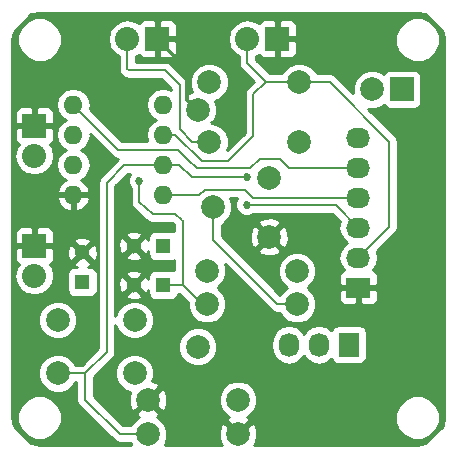
<source format=gbl>
G04 #@! TF.FileFunction,Copper,L2,Bot,Signal*
%FSLAX46Y46*%
G04 Gerber Fmt 4.6, Leading zero omitted, Abs format (unit mm)*
G04 Created by KiCad (PCBNEW 4.0.1-stable) date 10/18/2016 5:23:32 PM*
%MOMM*%
G01*
G04 APERTURE LIST*
%ADD10C,0.100000*%
%ADD11R,1.300000X1.300000*%
%ADD12C,1.300000*%
%ADD13R,2.000000X2.000000*%
%ADD14C,2.000000*%
%ADD15O,1.600000X1.600000*%
%ADD16R,2.032000X2.032000*%
%ADD17O,2.032000X2.032000*%
%ADD18C,1.998980*%
%ADD19R,2.032000X1.727200*%
%ADD20O,2.032000X1.727200*%
%ADD21R,1.727200X2.032000*%
%ADD22O,1.727200X2.032000*%
%ADD23C,0.685800*%
%ADD24C,0.304800*%
%ADD25C,0.203200*%
%ADD26C,0.254000*%
G04 APERTURE END LIST*
D10*
D11*
X119888000Y-125730000D03*
D12*
X117388000Y-125730000D03*
D11*
X113030000Y-128778000D03*
D12*
X113030000Y-126278000D03*
D11*
X119888000Y-129032000D03*
D12*
X117388000Y-129032000D03*
D13*
X140100000Y-112464000D03*
D14*
X137560000Y-112464000D03*
D15*
X112268000Y-113792000D03*
X112268000Y-116332000D03*
X112268000Y-118872000D03*
X112268000Y-121412000D03*
X119888000Y-121412000D03*
X119888000Y-118872000D03*
X119888000Y-116332000D03*
X119888000Y-113792000D03*
D16*
X119380000Y-108204000D03*
D17*
X116840000Y-108204000D03*
D16*
X129540000Y-108204000D03*
D17*
X127000000Y-108204000D03*
D16*
X108966000Y-125730000D03*
D17*
X108966000Y-128270000D03*
D16*
X108966000Y-115570000D03*
D17*
X108966000Y-118110000D03*
D18*
X123590000Y-130664000D03*
X131210000Y-130664000D03*
X118590000Y-138764000D03*
X126210000Y-138764000D03*
X126210000Y-141664000D03*
X118590000Y-141664000D03*
X123790000Y-111864000D03*
X131410000Y-111864000D03*
X131210000Y-127864000D03*
X123590000Y-127864000D03*
X131410000Y-116964000D03*
X123790000Y-116964000D03*
X117451200Y-132013560D03*
X110948800Y-136514440D03*
X117451200Y-136514440D03*
X110948800Y-132013560D03*
D19*
X136400000Y-129264000D03*
D20*
X136400000Y-126724000D03*
X136400000Y-124184000D03*
X136400000Y-121644000D03*
X136400000Y-119104000D03*
X136400000Y-116564000D03*
D14*
X122800000Y-134264000D03*
X122800000Y-114264000D03*
D18*
X128851260Y-124963360D03*
X124100000Y-122464000D03*
X128851260Y-119964640D03*
D21*
X135600000Y-134100000D03*
D22*
X133060000Y-134100000D03*
X130520000Y-134100000D03*
D23*
X117856000Y-120205500D03*
X126936500Y-119888000D03*
X126936500Y-122237500D03*
D24*
X122800000Y-114264000D02*
X121900000Y-113364000D01*
X121900000Y-110724000D02*
X119380000Y-108204000D01*
X121900000Y-113364000D02*
X121900000Y-110724000D01*
D25*
X113030000Y-126238000D02*
X113030000Y-126278000D01*
X113030000Y-126278000D02*
X113030000Y-126238000D01*
X113030000Y-126238000D02*
X112522000Y-125730000D01*
X112522000Y-125730000D02*
X108966000Y-125730000D01*
X126238000Y-141732000D02*
X126210000Y-141664000D01*
X121539000Y-129032000D02*
X121539000Y-123534602D01*
X120900000Y-123064000D02*
X121511720Y-123507322D01*
X119000000Y-123064000D02*
X120900000Y-123064000D01*
X117856000Y-121983500D02*
X119000000Y-123064000D01*
X117856000Y-121983500D02*
X117856000Y-120205500D01*
X119888000Y-129032000D02*
X121539000Y-129032000D01*
X121539000Y-129032000D02*
X123171000Y-130664000D01*
X123171000Y-130664000D02*
X123590000Y-130664000D01*
X136398000Y-121640600D02*
X127482600Y-121640600D01*
X127482600Y-121640600D02*
X126809500Y-120967500D01*
X126809500Y-120967500D02*
X123380500Y-120967500D01*
X123380500Y-120967500D02*
X122936000Y-121412000D01*
X122936000Y-121412000D02*
X119888000Y-121412000D01*
X130556000Y-119126000D02*
X136398000Y-119126000D01*
X122720000Y-119164000D02*
X121920000Y-118364000D01*
X127233500Y-119164000D02*
X122720000Y-119164000D01*
X128033500Y-118364000D02*
X127233500Y-119164000D01*
X121158000Y-117602000D02*
X121920000Y-118364000D01*
X116078000Y-117602000D02*
X121158000Y-117602000D01*
X112268000Y-113792000D02*
X116078000Y-117602000D01*
X128033500Y-118364000D02*
X129794000Y-118364000D01*
X129794000Y-118364000D02*
X130556000Y-119126000D01*
X119888000Y-118864000D02*
X116600000Y-118864000D01*
X115100000Y-134687880D02*
X113273440Y-136514440D01*
X115100000Y-120364000D02*
X115100000Y-134687880D01*
X116600000Y-118864000D02*
X115100000Y-120364000D01*
X119896000Y-118864000D02*
X121200000Y-118864000D01*
X121200000Y-118864000D02*
X122277832Y-119887348D01*
X122277832Y-119887348D02*
X126936500Y-119888000D01*
X126936500Y-122237500D02*
X127000000Y-122301000D01*
X127000000Y-122301000D02*
X134517000Y-122301000D01*
X134517000Y-122301000D02*
X136400000Y-124184000D01*
X113273440Y-136514440D02*
X113273440Y-138737440D01*
X113273440Y-138737440D02*
X116200000Y-141664000D01*
X116200000Y-141664000D02*
X118590000Y-141664000D01*
X113273440Y-136514440D02*
X110948800Y-136514440D01*
X127000000Y-108204000D02*
X127000000Y-110264000D01*
X127000000Y-110264000D02*
X128600000Y-111864000D01*
X136400000Y-126724000D02*
X138992000Y-124132000D01*
X138992000Y-124132000D02*
X138992000Y-116894000D01*
X138992000Y-116894000D02*
X133962000Y-111864000D01*
X133962000Y-111864000D02*
X131410000Y-111864000D01*
X119888000Y-116332000D02*
X120904000Y-116332000D01*
X128547000Y-111864000D02*
X128600000Y-111864000D01*
X128600000Y-111864000D02*
X131410000Y-111864000D01*
X127508000Y-112903000D02*
X128547000Y-111864000D01*
X127508000Y-116459000D02*
X127508000Y-112903000D01*
X125399902Y-118567098D02*
X127508000Y-116459000D01*
X123139098Y-118567098D02*
X125399902Y-118567098D01*
X120904000Y-116332000D02*
X123139098Y-118567098D01*
X123790000Y-116964000D02*
X122351450Y-116964000D01*
X122351450Y-116964000D02*
X121285000Y-115838147D01*
X121285000Y-115838147D02*
X121285000Y-114808000D01*
X121285000Y-114808000D02*
X121285000Y-112141000D01*
X121285000Y-112141000D02*
X120015000Y-110871000D01*
X120015000Y-110871000D02*
X116967000Y-110871000D01*
X116967000Y-110871000D02*
X116840000Y-110744000D01*
X116840000Y-110744000D02*
X116840000Y-108204000D01*
X124100000Y-122464000D02*
X124100000Y-125214000D01*
X129550000Y-130664000D02*
X131210000Y-130664000D01*
X124100000Y-125214000D02*
X129550000Y-130664000D01*
D26*
G36*
X142079456Y-106123062D02*
X143540938Y-107584544D01*
X143690000Y-108333931D01*
X143690000Y-140194069D01*
X143540938Y-140943456D01*
X142079456Y-142404938D01*
X141330069Y-142554000D01*
X127585556Y-142554000D01*
X127628965Y-142537958D01*
X127855401Y-141928418D01*
X127831341Y-141278623D01*
X127628965Y-140790042D01*
X127362163Y-140691443D01*
X126389605Y-141664000D01*
X126403748Y-141678142D01*
X126224142Y-141857748D01*
X126210000Y-141843605D01*
X126195858Y-141857748D01*
X126016252Y-141678142D01*
X126030395Y-141664000D01*
X125057837Y-140691443D01*
X124791035Y-140790042D01*
X124564599Y-141399582D01*
X124588659Y-142049377D01*
X124791035Y-142537958D01*
X124834444Y-142554000D01*
X119990240Y-142554000D01*
X120224206Y-141990547D01*
X120224774Y-141340306D01*
X119976462Y-140739345D01*
X119517073Y-140279154D01*
X119374581Y-140219986D01*
X119463958Y-140182965D01*
X119562557Y-139916163D01*
X118590000Y-138943605D01*
X117617443Y-139916163D01*
X117716042Y-140182965D01*
X117809871Y-140217821D01*
X117665345Y-140277538D01*
X117205154Y-140736927D01*
X117126063Y-140927400D01*
X116505110Y-140927400D01*
X114010040Y-138432330D01*
X114010040Y-136838134D01*
X115816426Y-136838134D01*
X116064738Y-137439095D01*
X116524127Y-137899286D01*
X117081607Y-138130772D01*
X116944599Y-138499582D01*
X116968659Y-139149377D01*
X117171035Y-139637958D01*
X117437837Y-139736557D01*
X118410395Y-138764000D01*
X118769605Y-138764000D01*
X119742163Y-139736557D01*
X120008965Y-139637958D01*
X120213380Y-139087694D01*
X124575226Y-139087694D01*
X124823538Y-139688655D01*
X125282927Y-140148846D01*
X125425419Y-140208014D01*
X125336042Y-140245035D01*
X125237443Y-140511837D01*
X126210000Y-141484395D01*
X127057089Y-140637305D01*
X139514674Y-140637305D01*
X139801043Y-141330372D01*
X140330839Y-141861093D01*
X141023405Y-142148672D01*
X141773305Y-142149326D01*
X142466372Y-141862957D01*
X142997093Y-141333161D01*
X143284672Y-140640595D01*
X143285326Y-139890695D01*
X142998957Y-139197628D01*
X142469161Y-138666907D01*
X141776595Y-138379328D01*
X141026695Y-138378674D01*
X140333628Y-138665043D01*
X139802907Y-139194839D01*
X139515328Y-139887405D01*
X139514674Y-140637305D01*
X127057089Y-140637305D01*
X127182557Y-140511837D01*
X127083958Y-140245035D01*
X126990129Y-140210179D01*
X127134655Y-140150462D01*
X127594846Y-139691073D01*
X127844206Y-139090547D01*
X127844774Y-138440306D01*
X127596462Y-137839345D01*
X127137073Y-137379154D01*
X126536547Y-137129794D01*
X125886306Y-137129226D01*
X125285345Y-137377538D01*
X124825154Y-137836927D01*
X124575794Y-138437453D01*
X124575226Y-139087694D01*
X120213380Y-139087694D01*
X120235401Y-139028418D01*
X120211341Y-138378623D01*
X120008965Y-137890042D01*
X119742163Y-137791443D01*
X118769605Y-138764000D01*
X118410395Y-138764000D01*
X118396253Y-138749858D01*
X118575858Y-138570253D01*
X118590000Y-138584395D01*
X119562557Y-137611837D01*
X119463958Y-137345035D01*
X118954668Y-137155840D01*
X119085406Y-136840987D01*
X119085974Y-136190746D01*
X118837662Y-135589785D01*
X118378273Y-135129594D01*
X117777747Y-134880234D01*
X117127506Y-134879666D01*
X116526545Y-135127978D01*
X116066354Y-135587367D01*
X115816994Y-136187893D01*
X115816426Y-136838134D01*
X114010040Y-136838134D01*
X114010040Y-136819550D01*
X115620855Y-135208735D01*
X115780530Y-134969765D01*
X115836600Y-134687880D01*
X115836600Y-134587795D01*
X121164716Y-134587795D01*
X121413106Y-135188943D01*
X121872637Y-135649278D01*
X122473352Y-135898716D01*
X123123795Y-135899284D01*
X123724943Y-135650894D01*
X124185278Y-135191363D01*
X124434716Y-134590648D01*
X124435284Y-133940205D01*
X124424975Y-133915255D01*
X129021400Y-133915255D01*
X129021400Y-134284745D01*
X129135474Y-134858234D01*
X129460330Y-135344415D01*
X129946511Y-135669271D01*
X130520000Y-135783345D01*
X131093489Y-135669271D01*
X131579670Y-135344415D01*
X131790000Y-135029634D01*
X132000330Y-135344415D01*
X132486511Y-135669271D01*
X133060000Y-135783345D01*
X133633489Y-135669271D01*
X134119670Y-135344415D01*
X134129243Y-135330087D01*
X134133238Y-135351317D01*
X134272310Y-135567441D01*
X134484510Y-135712431D01*
X134736400Y-135763440D01*
X136463600Y-135763440D01*
X136698917Y-135719162D01*
X136915041Y-135580090D01*
X137060031Y-135367890D01*
X137111040Y-135116000D01*
X137111040Y-133084000D01*
X137066762Y-132848683D01*
X136927690Y-132632559D01*
X136715490Y-132487569D01*
X136463600Y-132436560D01*
X134736400Y-132436560D01*
X134501083Y-132480838D01*
X134284959Y-132619910D01*
X134139969Y-132832110D01*
X134131600Y-132873439D01*
X134119670Y-132855585D01*
X133633489Y-132530729D01*
X133060000Y-132416655D01*
X132486511Y-132530729D01*
X132000330Y-132855585D01*
X131790000Y-133170366D01*
X131579670Y-132855585D01*
X131093489Y-132530729D01*
X130520000Y-132416655D01*
X129946511Y-132530729D01*
X129460330Y-132855585D01*
X129135474Y-133341766D01*
X129021400Y-133915255D01*
X124424975Y-133915255D01*
X124186894Y-133339057D01*
X123727363Y-132878722D01*
X123126648Y-132629284D01*
X122476205Y-132628716D01*
X121875057Y-132877106D01*
X121414722Y-133336637D01*
X121165284Y-133937352D01*
X121164716Y-134587795D01*
X115836600Y-134587795D01*
X115836600Y-132386079D01*
X116064738Y-132938215D01*
X116524127Y-133398406D01*
X117124653Y-133647766D01*
X117774894Y-133648334D01*
X118375855Y-133400022D01*
X118836046Y-132940633D01*
X119085406Y-132340107D01*
X119085974Y-131689866D01*
X118837662Y-131088905D01*
X118378273Y-130628714D01*
X117777747Y-130379354D01*
X117127506Y-130378786D01*
X116526545Y-130627098D01*
X116066354Y-131086487D01*
X115836600Y-131639796D01*
X115836600Y-129931016D01*
X116668590Y-129931016D01*
X116724271Y-130161611D01*
X117207078Y-130329622D01*
X117717428Y-130300083D01*
X118051729Y-130161611D01*
X118107410Y-129931016D01*
X117388000Y-129211605D01*
X116668590Y-129931016D01*
X115836600Y-129931016D01*
X115836600Y-128851078D01*
X116090378Y-128851078D01*
X116119917Y-129361428D01*
X116258389Y-129695729D01*
X116488984Y-129751410D01*
X117208395Y-129032000D01*
X116488984Y-128312590D01*
X116258389Y-128368271D01*
X116090378Y-128851078D01*
X115836600Y-128851078D01*
X115836600Y-128132984D01*
X116668590Y-128132984D01*
X117388000Y-128852395D01*
X118107410Y-128132984D01*
X118051729Y-127902389D01*
X117568922Y-127734378D01*
X117058572Y-127763917D01*
X116724271Y-127902389D01*
X116668590Y-128132984D01*
X115836600Y-128132984D01*
X115836600Y-126629016D01*
X116668590Y-126629016D01*
X116724271Y-126859611D01*
X117207078Y-127027622D01*
X117717428Y-126998083D01*
X118051729Y-126859611D01*
X118107410Y-126629016D01*
X117388000Y-125909605D01*
X116668590Y-126629016D01*
X115836600Y-126629016D01*
X115836600Y-125549078D01*
X116090378Y-125549078D01*
X116119917Y-126059428D01*
X116258389Y-126393729D01*
X116488984Y-126449410D01*
X117208395Y-125730000D01*
X116488984Y-125010590D01*
X116258389Y-125066271D01*
X116090378Y-125549078D01*
X115836600Y-125549078D01*
X115836600Y-124830984D01*
X116668590Y-124830984D01*
X117388000Y-125550395D01*
X118107410Y-124830984D01*
X118051729Y-124600389D01*
X117568922Y-124432378D01*
X117058572Y-124461917D01*
X116724271Y-124600389D01*
X116668590Y-124830984D01*
X115836600Y-124830984D01*
X115836600Y-120669110D01*
X116905110Y-119600600D01*
X117077789Y-119600600D01*
X117027460Y-119650841D01*
X116878270Y-120010130D01*
X116877931Y-120399163D01*
X117026493Y-120758712D01*
X117119400Y-120851781D01*
X117119400Y-121983500D01*
X117121485Y-121993982D01*
X117119700Y-122004518D01*
X117149447Y-122134555D01*
X117175470Y-122265385D01*
X117181407Y-122274270D01*
X117183790Y-122284688D01*
X117261037Y-122393445D01*
X117335145Y-122504355D01*
X117344030Y-122510292D01*
X117350219Y-122519005D01*
X118494220Y-123599505D01*
X118607196Y-123670416D01*
X118718115Y-123744530D01*
X118728596Y-123746615D01*
X118737649Y-123752297D01*
X118869180Y-123774579D01*
X119000000Y-123800600D01*
X120661152Y-123800600D01*
X120802400Y-123902964D01*
X120802400Y-124492117D01*
X120789890Y-124483569D01*
X120538000Y-124432560D01*
X119238000Y-124432560D01*
X119002683Y-124476838D01*
X118786559Y-124615910D01*
X118641569Y-124828110D01*
X118590560Y-125080000D01*
X118590560Y-125242385D01*
X118517611Y-125066271D01*
X118287016Y-125010590D01*
X117567605Y-125730000D01*
X118287016Y-126449410D01*
X118517611Y-126393729D01*
X118590560Y-126184098D01*
X118590560Y-126380000D01*
X118634838Y-126615317D01*
X118773910Y-126831441D01*
X118986110Y-126976431D01*
X119238000Y-127027440D01*
X120538000Y-127027440D01*
X120773317Y-126983162D01*
X120802400Y-126964448D01*
X120802400Y-127794117D01*
X120789890Y-127785569D01*
X120538000Y-127734560D01*
X119238000Y-127734560D01*
X119002683Y-127778838D01*
X118786559Y-127917910D01*
X118641569Y-128130110D01*
X118590560Y-128382000D01*
X118590560Y-128544385D01*
X118517611Y-128368271D01*
X118287016Y-128312590D01*
X117567605Y-129032000D01*
X118287016Y-129751410D01*
X118517611Y-129695729D01*
X118590560Y-129486098D01*
X118590560Y-129682000D01*
X118634838Y-129917317D01*
X118773910Y-130133441D01*
X118986110Y-130278431D01*
X119238000Y-130329440D01*
X120538000Y-130329440D01*
X120773317Y-130285162D01*
X120989441Y-130146090D01*
X121134431Y-129933890D01*
X121167903Y-129768600D01*
X121233890Y-129768600D01*
X121955660Y-130490370D01*
X121955226Y-130987694D01*
X122203538Y-131588655D01*
X122662927Y-132048846D01*
X123263453Y-132298206D01*
X123913694Y-132298774D01*
X124514655Y-132050462D01*
X124974846Y-131591073D01*
X125224206Y-130990547D01*
X125224774Y-130340306D01*
X124976462Y-129739345D01*
X124517073Y-129279154D01*
X124481233Y-129264272D01*
X124514655Y-129250462D01*
X124974846Y-128791073D01*
X125224206Y-128190547D01*
X125224774Y-127540306D01*
X125112238Y-127267948D01*
X129029145Y-131184855D01*
X129268115Y-131344530D01*
X129550000Y-131400600D01*
X129745835Y-131400600D01*
X129823538Y-131588655D01*
X130282927Y-132048846D01*
X130883453Y-132298206D01*
X131533694Y-132298774D01*
X132134655Y-132050462D01*
X132594846Y-131591073D01*
X132844206Y-130990547D01*
X132844774Y-130340306D01*
X132596462Y-129739345D01*
X132407198Y-129549750D01*
X134749000Y-129549750D01*
X134749000Y-130253909D01*
X134845673Y-130487298D01*
X135024301Y-130665927D01*
X135257690Y-130762600D01*
X136114250Y-130762600D01*
X136273000Y-130603850D01*
X136273000Y-129391000D01*
X136527000Y-129391000D01*
X136527000Y-130603850D01*
X136685750Y-130762600D01*
X137542310Y-130762600D01*
X137775699Y-130665927D01*
X137954327Y-130487298D01*
X138051000Y-130253909D01*
X138051000Y-129549750D01*
X137892250Y-129391000D01*
X136527000Y-129391000D01*
X136273000Y-129391000D01*
X134907750Y-129391000D01*
X134749000Y-129549750D01*
X132407198Y-129549750D01*
X132137073Y-129279154D01*
X132101233Y-129264272D01*
X132134655Y-129250462D01*
X132594846Y-128791073D01*
X132844206Y-128190547D01*
X132844774Y-127540306D01*
X132596462Y-126939345D01*
X132137073Y-126479154D01*
X131536547Y-126229794D01*
X130886306Y-126229226D01*
X130285345Y-126477538D01*
X129825154Y-126936927D01*
X129575794Y-127537453D01*
X129575226Y-128187694D01*
X129823538Y-128788655D01*
X130282927Y-129248846D01*
X130318767Y-129263728D01*
X130285345Y-129277538D01*
X129825154Y-129736927D01*
X129778058Y-129850348D01*
X126043233Y-126115523D01*
X127878703Y-126115523D01*
X127977302Y-126382325D01*
X128586842Y-126608761D01*
X129236637Y-126584701D01*
X129725218Y-126382325D01*
X129823817Y-126115523D01*
X128851260Y-125142965D01*
X127878703Y-126115523D01*
X126043233Y-126115523D01*
X124836600Y-124908890D01*
X124836600Y-124698942D01*
X127205859Y-124698942D01*
X127229919Y-125348737D01*
X127432295Y-125837318D01*
X127699097Y-125935917D01*
X128671655Y-124963360D01*
X129030865Y-124963360D01*
X130003423Y-125935917D01*
X130270225Y-125837318D01*
X130496661Y-125227778D01*
X130472601Y-124577983D01*
X130270225Y-124089402D01*
X130003423Y-123990803D01*
X129030865Y-124963360D01*
X128671655Y-124963360D01*
X127699097Y-123990803D01*
X127432295Y-124089402D01*
X127205859Y-124698942D01*
X124836600Y-124698942D01*
X124836600Y-123928165D01*
X125024655Y-123850462D01*
X125063988Y-123811197D01*
X127878703Y-123811197D01*
X128851260Y-124783755D01*
X129823817Y-123811197D01*
X129725218Y-123544395D01*
X129115678Y-123317959D01*
X128465883Y-123342019D01*
X127977302Y-123544395D01*
X127878703Y-123811197D01*
X125063988Y-123811197D01*
X125484846Y-123391073D01*
X125734206Y-122790547D01*
X125734774Y-122140306D01*
X125554537Y-121704100D01*
X126099132Y-121704100D01*
X125958770Y-122042130D01*
X125958431Y-122431163D01*
X126106993Y-122790712D01*
X126381841Y-123066040D01*
X126741130Y-123215230D01*
X127130163Y-123215569D01*
X127489712Y-123067007D01*
X127519170Y-123037600D01*
X134211890Y-123037600D01*
X134823109Y-123648819D01*
X134716655Y-124184000D01*
X134830729Y-124757489D01*
X135155585Y-125243670D01*
X135470366Y-125454000D01*
X135155585Y-125664330D01*
X134830729Y-126150511D01*
X134716655Y-126724000D01*
X134830729Y-127297489D01*
X135155585Y-127783670D01*
X135177780Y-127798500D01*
X135024301Y-127862073D01*
X134845673Y-128040702D01*
X134749000Y-128274091D01*
X134749000Y-128978250D01*
X134907750Y-129137000D01*
X136273000Y-129137000D01*
X136273000Y-129117000D01*
X136527000Y-129117000D01*
X136527000Y-129137000D01*
X137892250Y-129137000D01*
X138051000Y-128978250D01*
X138051000Y-128274091D01*
X137954327Y-128040702D01*
X137775699Y-127862073D01*
X137622220Y-127798500D01*
X137644415Y-127783670D01*
X137969271Y-127297489D01*
X138083345Y-126724000D01*
X137976891Y-126188819D01*
X139512855Y-124652855D01*
X139562883Y-124577983D01*
X139672530Y-124413885D01*
X139684382Y-124354301D01*
X139728601Y-124132000D01*
X139728600Y-124131995D01*
X139728600Y-116894000D01*
X139672530Y-116612115D01*
X139512855Y-116373145D01*
X137238430Y-114098720D01*
X137883795Y-114099284D01*
X138484943Y-113850894D01*
X138551574Y-113784379D01*
X138635910Y-113915441D01*
X138848110Y-114060431D01*
X139100000Y-114111440D01*
X141100000Y-114111440D01*
X141335317Y-114067162D01*
X141551441Y-113928090D01*
X141696431Y-113715890D01*
X141747440Y-113464000D01*
X141747440Y-111464000D01*
X141703162Y-111228683D01*
X141564090Y-111012559D01*
X141351890Y-110867569D01*
X141100000Y-110816560D01*
X139100000Y-110816560D01*
X138864683Y-110860838D01*
X138648559Y-110999910D01*
X138551090Y-111142561D01*
X138487363Y-111078722D01*
X137886648Y-110829284D01*
X137236205Y-110828716D01*
X136635057Y-111077106D01*
X136174722Y-111536637D01*
X135925284Y-112137352D01*
X135924718Y-112785008D01*
X134482855Y-111343145D01*
X134243885Y-111183470D01*
X133962000Y-111127400D01*
X132874165Y-111127400D01*
X132796462Y-110939345D01*
X132337073Y-110479154D01*
X131736547Y-110229794D01*
X131086306Y-110229226D01*
X130485345Y-110477538D01*
X130025154Y-110936927D01*
X129946063Y-111127400D01*
X128905110Y-111127400D01*
X127736600Y-109958890D01*
X127736600Y-109691652D01*
X127968001Y-109537034D01*
X127985673Y-109579698D01*
X128164301Y-109758327D01*
X128397690Y-109855000D01*
X129254250Y-109855000D01*
X129413000Y-109696250D01*
X129413000Y-108331000D01*
X129667000Y-108331000D01*
X129667000Y-109696250D01*
X129825750Y-109855000D01*
X130682310Y-109855000D01*
X130915699Y-109758327D01*
X131094327Y-109579698D01*
X131191000Y-109346309D01*
X131191000Y-108637305D01*
X139514674Y-108637305D01*
X139801043Y-109330372D01*
X140330839Y-109861093D01*
X141023405Y-110148672D01*
X141773305Y-110149326D01*
X142466372Y-109862957D01*
X142997093Y-109333161D01*
X143284672Y-108640595D01*
X143285326Y-107890695D01*
X142998957Y-107197628D01*
X142469161Y-106666907D01*
X141776595Y-106379328D01*
X141026695Y-106378674D01*
X140333628Y-106665043D01*
X139802907Y-107194839D01*
X139515328Y-107887405D01*
X139514674Y-108637305D01*
X131191000Y-108637305D01*
X131191000Y-108489750D01*
X131032250Y-108331000D01*
X129667000Y-108331000D01*
X129413000Y-108331000D01*
X129393000Y-108331000D01*
X129393000Y-108077000D01*
X129413000Y-108077000D01*
X129413000Y-106711750D01*
X129667000Y-106711750D01*
X129667000Y-108077000D01*
X131032250Y-108077000D01*
X131191000Y-107918250D01*
X131191000Y-107061691D01*
X131094327Y-106828302D01*
X130915699Y-106649673D01*
X130682310Y-106553000D01*
X129825750Y-106553000D01*
X129667000Y-106711750D01*
X129413000Y-106711750D01*
X129254250Y-106553000D01*
X128397690Y-106553000D01*
X128164301Y-106649673D01*
X127985673Y-106828302D01*
X127968001Y-106870966D01*
X127631810Y-106646330D01*
X127000000Y-106520655D01*
X126368190Y-106646330D01*
X125832567Y-107004222D01*
X125474675Y-107539845D01*
X125349000Y-108171655D01*
X125349000Y-108236345D01*
X125474675Y-108868155D01*
X125832567Y-109403778D01*
X126263400Y-109691652D01*
X126263400Y-110264000D01*
X126319470Y-110545885D01*
X126479145Y-110784855D01*
X127531790Y-111837500D01*
X126987145Y-112382145D01*
X126827470Y-112621115D01*
X126771400Y-112903000D01*
X126771400Y-116153890D01*
X125274705Y-117650585D01*
X125424206Y-117290547D01*
X125424774Y-116640306D01*
X125176462Y-116039345D01*
X124717073Y-115579154D01*
X124116547Y-115329794D01*
X124045340Y-115329732D01*
X123952534Y-115236926D01*
X124219387Y-115138264D01*
X124445908Y-114528539D01*
X124421856Y-113878540D01*
X124242506Y-113445550D01*
X124714655Y-113250462D01*
X125174846Y-112791073D01*
X125424206Y-112190547D01*
X125424774Y-111540306D01*
X125176462Y-110939345D01*
X124717073Y-110479154D01*
X124116547Y-110229794D01*
X123466306Y-110229226D01*
X122865345Y-110477538D01*
X122405154Y-110936927D01*
X122155794Y-111537453D01*
X122155226Y-112187694D01*
X122353455Y-112667446D01*
X122021600Y-112804905D01*
X122021600Y-112141000D01*
X121965530Y-111859115D01*
X121805855Y-111620145D01*
X120535855Y-110350145D01*
X120296885Y-110190470D01*
X120015000Y-110134400D01*
X117576600Y-110134400D01*
X117576600Y-109691652D01*
X117808001Y-109537034D01*
X117825673Y-109579698D01*
X118004301Y-109758327D01*
X118237690Y-109855000D01*
X119094250Y-109855000D01*
X119253000Y-109696250D01*
X119253000Y-108331000D01*
X119507000Y-108331000D01*
X119507000Y-109696250D01*
X119665750Y-109855000D01*
X120522310Y-109855000D01*
X120755699Y-109758327D01*
X120934327Y-109579698D01*
X121031000Y-109346309D01*
X121031000Y-108489750D01*
X120872250Y-108331000D01*
X119507000Y-108331000D01*
X119253000Y-108331000D01*
X119233000Y-108331000D01*
X119233000Y-108077000D01*
X119253000Y-108077000D01*
X119253000Y-106711750D01*
X119507000Y-106711750D01*
X119507000Y-108077000D01*
X120872250Y-108077000D01*
X121031000Y-107918250D01*
X121031000Y-107061691D01*
X120934327Y-106828302D01*
X120755699Y-106649673D01*
X120522310Y-106553000D01*
X119665750Y-106553000D01*
X119507000Y-106711750D01*
X119253000Y-106711750D01*
X119094250Y-106553000D01*
X118237690Y-106553000D01*
X118004301Y-106649673D01*
X117825673Y-106828302D01*
X117808001Y-106870966D01*
X117471810Y-106646330D01*
X116840000Y-106520655D01*
X116208190Y-106646330D01*
X115672567Y-107004222D01*
X115314675Y-107539845D01*
X115189000Y-108171655D01*
X115189000Y-108236345D01*
X115314675Y-108868155D01*
X115672567Y-109403778D01*
X116103400Y-109691652D01*
X116103400Y-110744000D01*
X116159470Y-111025885D01*
X116319145Y-111264855D01*
X116446145Y-111391855D01*
X116685115Y-111551530D01*
X116967000Y-111607600D01*
X119709890Y-111607600D01*
X120548400Y-112446110D01*
X120548400Y-112521783D01*
X120465264Y-112466233D01*
X119916113Y-112357000D01*
X119859887Y-112357000D01*
X119310736Y-112466233D01*
X118845189Y-112777302D01*
X118534120Y-113242849D01*
X118424887Y-113792000D01*
X118534120Y-114341151D01*
X118845189Y-114806698D01*
X119227275Y-115062000D01*
X118845189Y-115317302D01*
X118534120Y-115782849D01*
X118424887Y-116332000D01*
X118530987Y-116865400D01*
X116383110Y-116865400D01*
X113661198Y-114143488D01*
X113731113Y-113792000D01*
X113621880Y-113242849D01*
X113310811Y-112777302D01*
X112845264Y-112466233D01*
X112296113Y-112357000D01*
X112239887Y-112357000D01*
X111690736Y-112466233D01*
X111225189Y-112777302D01*
X110914120Y-113242849D01*
X110804887Y-113792000D01*
X110914120Y-114341151D01*
X111225189Y-114806698D01*
X111607275Y-115062000D01*
X111225189Y-115317302D01*
X110914120Y-115782849D01*
X110804887Y-116332000D01*
X110914120Y-116881151D01*
X111225189Y-117346698D01*
X111607275Y-117602000D01*
X111225189Y-117857302D01*
X110914120Y-118322849D01*
X110804887Y-118872000D01*
X110914120Y-119421151D01*
X111225189Y-119886698D01*
X111629703Y-120156986D01*
X111412866Y-120259611D01*
X111036959Y-120674577D01*
X110876096Y-121062961D01*
X110998085Y-121285000D01*
X112141000Y-121285000D01*
X112141000Y-121265000D01*
X112395000Y-121265000D01*
X112395000Y-121285000D01*
X113537915Y-121285000D01*
X113659904Y-121062961D01*
X113499041Y-120674577D01*
X113123134Y-120259611D01*
X112906297Y-120156986D01*
X113310811Y-119886698D01*
X113621880Y-119421151D01*
X113731113Y-118872000D01*
X113621880Y-118322849D01*
X113310811Y-117857302D01*
X112928725Y-117602000D01*
X113310811Y-117346698D01*
X113621880Y-116881151D01*
X113731113Y-116332000D01*
X113722378Y-116288088D01*
X115557145Y-118122855D01*
X115796115Y-118282530D01*
X116078000Y-118338600D01*
X116085947Y-118338600D01*
X116079145Y-118343145D01*
X114579145Y-119843145D01*
X114419470Y-120082115D01*
X114363400Y-120364000D01*
X114363400Y-134382770D01*
X112968330Y-135777840D01*
X112412965Y-135777840D01*
X112335262Y-135589785D01*
X111875873Y-135129594D01*
X111275347Y-134880234D01*
X110625106Y-134879666D01*
X110024145Y-135127978D01*
X109563954Y-135587367D01*
X109314594Y-136187893D01*
X109314026Y-136838134D01*
X109562338Y-137439095D01*
X110021727Y-137899286D01*
X110622253Y-138148646D01*
X111272494Y-138149214D01*
X111873455Y-137900902D01*
X112333646Y-137441513D01*
X112412737Y-137251040D01*
X112536840Y-137251040D01*
X112536840Y-138737440D01*
X112592910Y-139019325D01*
X112752585Y-139258295D01*
X115679145Y-142184855D01*
X115918115Y-142344530D01*
X116200000Y-142400600D01*
X117125835Y-142400600D01*
X117189219Y-142554000D01*
X109469931Y-142554000D01*
X108720544Y-142404938D01*
X107259062Y-140943456D01*
X107198165Y-140637305D01*
X107514674Y-140637305D01*
X107801043Y-141330372D01*
X108330839Y-141861093D01*
X109023405Y-142148672D01*
X109773305Y-142149326D01*
X110466372Y-141862957D01*
X110997093Y-141333161D01*
X111284672Y-140640595D01*
X111285326Y-139890695D01*
X110998957Y-139197628D01*
X110469161Y-138666907D01*
X109776595Y-138379328D01*
X109026695Y-138378674D01*
X108333628Y-138665043D01*
X107802907Y-139194839D01*
X107515328Y-139887405D01*
X107514674Y-140637305D01*
X107198165Y-140637305D01*
X107110000Y-140194069D01*
X107110000Y-132337254D01*
X109314026Y-132337254D01*
X109562338Y-132938215D01*
X110021727Y-133398406D01*
X110622253Y-133647766D01*
X111272494Y-133648334D01*
X111873455Y-133400022D01*
X112333646Y-132940633D01*
X112583006Y-132340107D01*
X112583574Y-131689866D01*
X112335262Y-131088905D01*
X111875873Y-130628714D01*
X111275347Y-130379354D01*
X110625106Y-130378786D01*
X110024145Y-130627098D01*
X109563954Y-131086487D01*
X109314594Y-131687013D01*
X109314026Y-132337254D01*
X107110000Y-132337254D01*
X107110000Y-128270000D01*
X107282655Y-128270000D01*
X107408330Y-128901810D01*
X107766222Y-129437433D01*
X108301845Y-129795325D01*
X108933655Y-129921000D01*
X108998345Y-129921000D01*
X109630155Y-129795325D01*
X110165778Y-129437433D01*
X110523670Y-128901810D01*
X110649345Y-128270000D01*
X110621100Y-128128000D01*
X111732560Y-128128000D01*
X111732560Y-129428000D01*
X111776838Y-129663317D01*
X111915910Y-129879441D01*
X112128110Y-130024431D01*
X112380000Y-130075440D01*
X113680000Y-130075440D01*
X113915317Y-130031162D01*
X114131441Y-129892090D01*
X114276431Y-129679890D01*
X114327440Y-129428000D01*
X114327440Y-128128000D01*
X114283162Y-127892683D01*
X114144090Y-127676559D01*
X113931890Y-127531569D01*
X113680000Y-127480560D01*
X113517615Y-127480560D01*
X113693729Y-127407611D01*
X113749410Y-127177016D01*
X113030000Y-126457605D01*
X112310590Y-127177016D01*
X112366271Y-127407611D01*
X112575902Y-127480560D01*
X112380000Y-127480560D01*
X112144683Y-127524838D01*
X111928559Y-127663910D01*
X111783569Y-127876110D01*
X111732560Y-128128000D01*
X110621100Y-128128000D01*
X110523670Y-127638190D01*
X110299034Y-127301999D01*
X110341698Y-127284327D01*
X110520327Y-127105699D01*
X110617000Y-126872310D01*
X110617000Y-126097078D01*
X111732378Y-126097078D01*
X111761917Y-126607428D01*
X111900389Y-126941729D01*
X112130984Y-126997410D01*
X112850395Y-126278000D01*
X113209605Y-126278000D01*
X113929016Y-126997410D01*
X114159611Y-126941729D01*
X114327622Y-126458922D01*
X114298083Y-125948572D01*
X114159611Y-125614271D01*
X113929016Y-125558590D01*
X113209605Y-126278000D01*
X112850395Y-126278000D01*
X112130984Y-125558590D01*
X111900389Y-125614271D01*
X111732378Y-126097078D01*
X110617000Y-126097078D01*
X110617000Y-126015750D01*
X110458250Y-125857000D01*
X109093000Y-125857000D01*
X109093000Y-125877000D01*
X108839000Y-125877000D01*
X108839000Y-125857000D01*
X107473750Y-125857000D01*
X107315000Y-126015750D01*
X107315000Y-126872310D01*
X107411673Y-127105699D01*
X107590302Y-127284327D01*
X107632966Y-127301999D01*
X107408330Y-127638190D01*
X107282655Y-128270000D01*
X107110000Y-128270000D01*
X107110000Y-124587690D01*
X107315000Y-124587690D01*
X107315000Y-125444250D01*
X107473750Y-125603000D01*
X108839000Y-125603000D01*
X108839000Y-124237750D01*
X109093000Y-124237750D01*
X109093000Y-125603000D01*
X110458250Y-125603000D01*
X110617000Y-125444250D01*
X110617000Y-125378984D01*
X112310590Y-125378984D01*
X113030000Y-126098395D01*
X113749410Y-125378984D01*
X113693729Y-125148389D01*
X113210922Y-124980378D01*
X112700572Y-125009917D01*
X112366271Y-125148389D01*
X112310590Y-125378984D01*
X110617000Y-125378984D01*
X110617000Y-124587690D01*
X110520327Y-124354301D01*
X110341698Y-124175673D01*
X110108309Y-124079000D01*
X109251750Y-124079000D01*
X109093000Y-124237750D01*
X108839000Y-124237750D01*
X108680250Y-124079000D01*
X107823691Y-124079000D01*
X107590302Y-124175673D01*
X107411673Y-124354301D01*
X107315000Y-124587690D01*
X107110000Y-124587690D01*
X107110000Y-121761039D01*
X110876096Y-121761039D01*
X111036959Y-122149423D01*
X111412866Y-122564389D01*
X111918959Y-122803914D01*
X112141000Y-122682629D01*
X112141000Y-121539000D01*
X112395000Y-121539000D01*
X112395000Y-122682629D01*
X112617041Y-122803914D01*
X113123134Y-122564389D01*
X113499041Y-122149423D01*
X113659904Y-121761039D01*
X113537915Y-121539000D01*
X112395000Y-121539000D01*
X112141000Y-121539000D01*
X110998085Y-121539000D01*
X110876096Y-121761039D01*
X107110000Y-121761039D01*
X107110000Y-118110000D01*
X107282655Y-118110000D01*
X107408330Y-118741810D01*
X107766222Y-119277433D01*
X108301845Y-119635325D01*
X108933655Y-119761000D01*
X108998345Y-119761000D01*
X109630155Y-119635325D01*
X110165778Y-119277433D01*
X110523670Y-118741810D01*
X110649345Y-118110000D01*
X110523670Y-117478190D01*
X110299034Y-117141999D01*
X110341698Y-117124327D01*
X110520327Y-116945699D01*
X110617000Y-116712310D01*
X110617000Y-115855750D01*
X110458250Y-115697000D01*
X109093000Y-115697000D01*
X109093000Y-115717000D01*
X108839000Y-115717000D01*
X108839000Y-115697000D01*
X107473750Y-115697000D01*
X107315000Y-115855750D01*
X107315000Y-116712310D01*
X107411673Y-116945699D01*
X107590302Y-117124327D01*
X107632966Y-117141999D01*
X107408330Y-117478190D01*
X107282655Y-118110000D01*
X107110000Y-118110000D01*
X107110000Y-114427690D01*
X107315000Y-114427690D01*
X107315000Y-115284250D01*
X107473750Y-115443000D01*
X108839000Y-115443000D01*
X108839000Y-114077750D01*
X109093000Y-114077750D01*
X109093000Y-115443000D01*
X110458250Y-115443000D01*
X110617000Y-115284250D01*
X110617000Y-114427690D01*
X110520327Y-114194301D01*
X110341698Y-114015673D01*
X110108309Y-113919000D01*
X109251750Y-113919000D01*
X109093000Y-114077750D01*
X108839000Y-114077750D01*
X108680250Y-113919000D01*
X107823691Y-113919000D01*
X107590302Y-114015673D01*
X107411673Y-114194301D01*
X107315000Y-114427690D01*
X107110000Y-114427690D01*
X107110000Y-108637305D01*
X107514674Y-108637305D01*
X107801043Y-109330372D01*
X108330839Y-109861093D01*
X109023405Y-110148672D01*
X109773305Y-110149326D01*
X110466372Y-109862957D01*
X110997093Y-109333161D01*
X111284672Y-108640595D01*
X111285326Y-107890695D01*
X110998957Y-107197628D01*
X110469161Y-106666907D01*
X109776595Y-106379328D01*
X109026695Y-106378674D01*
X108333628Y-106665043D01*
X107802907Y-107194839D01*
X107515328Y-107887405D01*
X107514674Y-108637305D01*
X107110000Y-108637305D01*
X107110000Y-108333931D01*
X107259062Y-107584544D01*
X108720544Y-106123062D01*
X109469931Y-105974000D01*
X141330069Y-105974000D01*
X142079456Y-106123062D01*
X142079456Y-106123062D01*
G37*
X142079456Y-106123062D02*
X143540938Y-107584544D01*
X143690000Y-108333931D01*
X143690000Y-140194069D01*
X143540938Y-140943456D01*
X142079456Y-142404938D01*
X141330069Y-142554000D01*
X127585556Y-142554000D01*
X127628965Y-142537958D01*
X127855401Y-141928418D01*
X127831341Y-141278623D01*
X127628965Y-140790042D01*
X127362163Y-140691443D01*
X126389605Y-141664000D01*
X126403748Y-141678142D01*
X126224142Y-141857748D01*
X126210000Y-141843605D01*
X126195858Y-141857748D01*
X126016252Y-141678142D01*
X126030395Y-141664000D01*
X125057837Y-140691443D01*
X124791035Y-140790042D01*
X124564599Y-141399582D01*
X124588659Y-142049377D01*
X124791035Y-142537958D01*
X124834444Y-142554000D01*
X119990240Y-142554000D01*
X120224206Y-141990547D01*
X120224774Y-141340306D01*
X119976462Y-140739345D01*
X119517073Y-140279154D01*
X119374581Y-140219986D01*
X119463958Y-140182965D01*
X119562557Y-139916163D01*
X118590000Y-138943605D01*
X117617443Y-139916163D01*
X117716042Y-140182965D01*
X117809871Y-140217821D01*
X117665345Y-140277538D01*
X117205154Y-140736927D01*
X117126063Y-140927400D01*
X116505110Y-140927400D01*
X114010040Y-138432330D01*
X114010040Y-136838134D01*
X115816426Y-136838134D01*
X116064738Y-137439095D01*
X116524127Y-137899286D01*
X117081607Y-138130772D01*
X116944599Y-138499582D01*
X116968659Y-139149377D01*
X117171035Y-139637958D01*
X117437837Y-139736557D01*
X118410395Y-138764000D01*
X118769605Y-138764000D01*
X119742163Y-139736557D01*
X120008965Y-139637958D01*
X120213380Y-139087694D01*
X124575226Y-139087694D01*
X124823538Y-139688655D01*
X125282927Y-140148846D01*
X125425419Y-140208014D01*
X125336042Y-140245035D01*
X125237443Y-140511837D01*
X126210000Y-141484395D01*
X127057089Y-140637305D01*
X139514674Y-140637305D01*
X139801043Y-141330372D01*
X140330839Y-141861093D01*
X141023405Y-142148672D01*
X141773305Y-142149326D01*
X142466372Y-141862957D01*
X142997093Y-141333161D01*
X143284672Y-140640595D01*
X143285326Y-139890695D01*
X142998957Y-139197628D01*
X142469161Y-138666907D01*
X141776595Y-138379328D01*
X141026695Y-138378674D01*
X140333628Y-138665043D01*
X139802907Y-139194839D01*
X139515328Y-139887405D01*
X139514674Y-140637305D01*
X127057089Y-140637305D01*
X127182557Y-140511837D01*
X127083958Y-140245035D01*
X126990129Y-140210179D01*
X127134655Y-140150462D01*
X127594846Y-139691073D01*
X127844206Y-139090547D01*
X127844774Y-138440306D01*
X127596462Y-137839345D01*
X127137073Y-137379154D01*
X126536547Y-137129794D01*
X125886306Y-137129226D01*
X125285345Y-137377538D01*
X124825154Y-137836927D01*
X124575794Y-138437453D01*
X124575226Y-139087694D01*
X120213380Y-139087694D01*
X120235401Y-139028418D01*
X120211341Y-138378623D01*
X120008965Y-137890042D01*
X119742163Y-137791443D01*
X118769605Y-138764000D01*
X118410395Y-138764000D01*
X118396253Y-138749858D01*
X118575858Y-138570253D01*
X118590000Y-138584395D01*
X119562557Y-137611837D01*
X119463958Y-137345035D01*
X118954668Y-137155840D01*
X119085406Y-136840987D01*
X119085974Y-136190746D01*
X118837662Y-135589785D01*
X118378273Y-135129594D01*
X117777747Y-134880234D01*
X117127506Y-134879666D01*
X116526545Y-135127978D01*
X116066354Y-135587367D01*
X115816994Y-136187893D01*
X115816426Y-136838134D01*
X114010040Y-136838134D01*
X114010040Y-136819550D01*
X115620855Y-135208735D01*
X115780530Y-134969765D01*
X115836600Y-134687880D01*
X115836600Y-134587795D01*
X121164716Y-134587795D01*
X121413106Y-135188943D01*
X121872637Y-135649278D01*
X122473352Y-135898716D01*
X123123795Y-135899284D01*
X123724943Y-135650894D01*
X124185278Y-135191363D01*
X124434716Y-134590648D01*
X124435284Y-133940205D01*
X124424975Y-133915255D01*
X129021400Y-133915255D01*
X129021400Y-134284745D01*
X129135474Y-134858234D01*
X129460330Y-135344415D01*
X129946511Y-135669271D01*
X130520000Y-135783345D01*
X131093489Y-135669271D01*
X131579670Y-135344415D01*
X131790000Y-135029634D01*
X132000330Y-135344415D01*
X132486511Y-135669271D01*
X133060000Y-135783345D01*
X133633489Y-135669271D01*
X134119670Y-135344415D01*
X134129243Y-135330087D01*
X134133238Y-135351317D01*
X134272310Y-135567441D01*
X134484510Y-135712431D01*
X134736400Y-135763440D01*
X136463600Y-135763440D01*
X136698917Y-135719162D01*
X136915041Y-135580090D01*
X137060031Y-135367890D01*
X137111040Y-135116000D01*
X137111040Y-133084000D01*
X137066762Y-132848683D01*
X136927690Y-132632559D01*
X136715490Y-132487569D01*
X136463600Y-132436560D01*
X134736400Y-132436560D01*
X134501083Y-132480838D01*
X134284959Y-132619910D01*
X134139969Y-132832110D01*
X134131600Y-132873439D01*
X134119670Y-132855585D01*
X133633489Y-132530729D01*
X133060000Y-132416655D01*
X132486511Y-132530729D01*
X132000330Y-132855585D01*
X131790000Y-133170366D01*
X131579670Y-132855585D01*
X131093489Y-132530729D01*
X130520000Y-132416655D01*
X129946511Y-132530729D01*
X129460330Y-132855585D01*
X129135474Y-133341766D01*
X129021400Y-133915255D01*
X124424975Y-133915255D01*
X124186894Y-133339057D01*
X123727363Y-132878722D01*
X123126648Y-132629284D01*
X122476205Y-132628716D01*
X121875057Y-132877106D01*
X121414722Y-133336637D01*
X121165284Y-133937352D01*
X121164716Y-134587795D01*
X115836600Y-134587795D01*
X115836600Y-132386079D01*
X116064738Y-132938215D01*
X116524127Y-133398406D01*
X117124653Y-133647766D01*
X117774894Y-133648334D01*
X118375855Y-133400022D01*
X118836046Y-132940633D01*
X119085406Y-132340107D01*
X119085974Y-131689866D01*
X118837662Y-131088905D01*
X118378273Y-130628714D01*
X117777747Y-130379354D01*
X117127506Y-130378786D01*
X116526545Y-130627098D01*
X116066354Y-131086487D01*
X115836600Y-131639796D01*
X115836600Y-129931016D01*
X116668590Y-129931016D01*
X116724271Y-130161611D01*
X117207078Y-130329622D01*
X117717428Y-130300083D01*
X118051729Y-130161611D01*
X118107410Y-129931016D01*
X117388000Y-129211605D01*
X116668590Y-129931016D01*
X115836600Y-129931016D01*
X115836600Y-128851078D01*
X116090378Y-128851078D01*
X116119917Y-129361428D01*
X116258389Y-129695729D01*
X116488984Y-129751410D01*
X117208395Y-129032000D01*
X116488984Y-128312590D01*
X116258389Y-128368271D01*
X116090378Y-128851078D01*
X115836600Y-128851078D01*
X115836600Y-128132984D01*
X116668590Y-128132984D01*
X117388000Y-128852395D01*
X118107410Y-128132984D01*
X118051729Y-127902389D01*
X117568922Y-127734378D01*
X117058572Y-127763917D01*
X116724271Y-127902389D01*
X116668590Y-128132984D01*
X115836600Y-128132984D01*
X115836600Y-126629016D01*
X116668590Y-126629016D01*
X116724271Y-126859611D01*
X117207078Y-127027622D01*
X117717428Y-126998083D01*
X118051729Y-126859611D01*
X118107410Y-126629016D01*
X117388000Y-125909605D01*
X116668590Y-126629016D01*
X115836600Y-126629016D01*
X115836600Y-125549078D01*
X116090378Y-125549078D01*
X116119917Y-126059428D01*
X116258389Y-126393729D01*
X116488984Y-126449410D01*
X117208395Y-125730000D01*
X116488984Y-125010590D01*
X116258389Y-125066271D01*
X116090378Y-125549078D01*
X115836600Y-125549078D01*
X115836600Y-124830984D01*
X116668590Y-124830984D01*
X117388000Y-125550395D01*
X118107410Y-124830984D01*
X118051729Y-124600389D01*
X117568922Y-124432378D01*
X117058572Y-124461917D01*
X116724271Y-124600389D01*
X116668590Y-124830984D01*
X115836600Y-124830984D01*
X115836600Y-120669110D01*
X116905110Y-119600600D01*
X117077789Y-119600600D01*
X117027460Y-119650841D01*
X116878270Y-120010130D01*
X116877931Y-120399163D01*
X117026493Y-120758712D01*
X117119400Y-120851781D01*
X117119400Y-121983500D01*
X117121485Y-121993982D01*
X117119700Y-122004518D01*
X117149447Y-122134555D01*
X117175470Y-122265385D01*
X117181407Y-122274270D01*
X117183790Y-122284688D01*
X117261037Y-122393445D01*
X117335145Y-122504355D01*
X117344030Y-122510292D01*
X117350219Y-122519005D01*
X118494220Y-123599505D01*
X118607196Y-123670416D01*
X118718115Y-123744530D01*
X118728596Y-123746615D01*
X118737649Y-123752297D01*
X118869180Y-123774579D01*
X119000000Y-123800600D01*
X120661152Y-123800600D01*
X120802400Y-123902964D01*
X120802400Y-124492117D01*
X120789890Y-124483569D01*
X120538000Y-124432560D01*
X119238000Y-124432560D01*
X119002683Y-124476838D01*
X118786559Y-124615910D01*
X118641569Y-124828110D01*
X118590560Y-125080000D01*
X118590560Y-125242385D01*
X118517611Y-125066271D01*
X118287016Y-125010590D01*
X117567605Y-125730000D01*
X118287016Y-126449410D01*
X118517611Y-126393729D01*
X118590560Y-126184098D01*
X118590560Y-126380000D01*
X118634838Y-126615317D01*
X118773910Y-126831441D01*
X118986110Y-126976431D01*
X119238000Y-127027440D01*
X120538000Y-127027440D01*
X120773317Y-126983162D01*
X120802400Y-126964448D01*
X120802400Y-127794117D01*
X120789890Y-127785569D01*
X120538000Y-127734560D01*
X119238000Y-127734560D01*
X119002683Y-127778838D01*
X118786559Y-127917910D01*
X118641569Y-128130110D01*
X118590560Y-128382000D01*
X118590560Y-128544385D01*
X118517611Y-128368271D01*
X118287016Y-128312590D01*
X117567605Y-129032000D01*
X118287016Y-129751410D01*
X118517611Y-129695729D01*
X118590560Y-129486098D01*
X118590560Y-129682000D01*
X118634838Y-129917317D01*
X118773910Y-130133441D01*
X118986110Y-130278431D01*
X119238000Y-130329440D01*
X120538000Y-130329440D01*
X120773317Y-130285162D01*
X120989441Y-130146090D01*
X121134431Y-129933890D01*
X121167903Y-129768600D01*
X121233890Y-129768600D01*
X121955660Y-130490370D01*
X121955226Y-130987694D01*
X122203538Y-131588655D01*
X122662927Y-132048846D01*
X123263453Y-132298206D01*
X123913694Y-132298774D01*
X124514655Y-132050462D01*
X124974846Y-131591073D01*
X125224206Y-130990547D01*
X125224774Y-130340306D01*
X124976462Y-129739345D01*
X124517073Y-129279154D01*
X124481233Y-129264272D01*
X124514655Y-129250462D01*
X124974846Y-128791073D01*
X125224206Y-128190547D01*
X125224774Y-127540306D01*
X125112238Y-127267948D01*
X129029145Y-131184855D01*
X129268115Y-131344530D01*
X129550000Y-131400600D01*
X129745835Y-131400600D01*
X129823538Y-131588655D01*
X130282927Y-132048846D01*
X130883453Y-132298206D01*
X131533694Y-132298774D01*
X132134655Y-132050462D01*
X132594846Y-131591073D01*
X132844206Y-130990547D01*
X132844774Y-130340306D01*
X132596462Y-129739345D01*
X132407198Y-129549750D01*
X134749000Y-129549750D01*
X134749000Y-130253909D01*
X134845673Y-130487298D01*
X135024301Y-130665927D01*
X135257690Y-130762600D01*
X136114250Y-130762600D01*
X136273000Y-130603850D01*
X136273000Y-129391000D01*
X136527000Y-129391000D01*
X136527000Y-130603850D01*
X136685750Y-130762600D01*
X137542310Y-130762600D01*
X137775699Y-130665927D01*
X137954327Y-130487298D01*
X138051000Y-130253909D01*
X138051000Y-129549750D01*
X137892250Y-129391000D01*
X136527000Y-129391000D01*
X136273000Y-129391000D01*
X134907750Y-129391000D01*
X134749000Y-129549750D01*
X132407198Y-129549750D01*
X132137073Y-129279154D01*
X132101233Y-129264272D01*
X132134655Y-129250462D01*
X132594846Y-128791073D01*
X132844206Y-128190547D01*
X132844774Y-127540306D01*
X132596462Y-126939345D01*
X132137073Y-126479154D01*
X131536547Y-126229794D01*
X130886306Y-126229226D01*
X130285345Y-126477538D01*
X129825154Y-126936927D01*
X129575794Y-127537453D01*
X129575226Y-128187694D01*
X129823538Y-128788655D01*
X130282927Y-129248846D01*
X130318767Y-129263728D01*
X130285345Y-129277538D01*
X129825154Y-129736927D01*
X129778058Y-129850348D01*
X126043233Y-126115523D01*
X127878703Y-126115523D01*
X127977302Y-126382325D01*
X128586842Y-126608761D01*
X129236637Y-126584701D01*
X129725218Y-126382325D01*
X129823817Y-126115523D01*
X128851260Y-125142965D01*
X127878703Y-126115523D01*
X126043233Y-126115523D01*
X124836600Y-124908890D01*
X124836600Y-124698942D01*
X127205859Y-124698942D01*
X127229919Y-125348737D01*
X127432295Y-125837318D01*
X127699097Y-125935917D01*
X128671655Y-124963360D01*
X129030865Y-124963360D01*
X130003423Y-125935917D01*
X130270225Y-125837318D01*
X130496661Y-125227778D01*
X130472601Y-124577983D01*
X130270225Y-124089402D01*
X130003423Y-123990803D01*
X129030865Y-124963360D01*
X128671655Y-124963360D01*
X127699097Y-123990803D01*
X127432295Y-124089402D01*
X127205859Y-124698942D01*
X124836600Y-124698942D01*
X124836600Y-123928165D01*
X125024655Y-123850462D01*
X125063988Y-123811197D01*
X127878703Y-123811197D01*
X128851260Y-124783755D01*
X129823817Y-123811197D01*
X129725218Y-123544395D01*
X129115678Y-123317959D01*
X128465883Y-123342019D01*
X127977302Y-123544395D01*
X127878703Y-123811197D01*
X125063988Y-123811197D01*
X125484846Y-123391073D01*
X125734206Y-122790547D01*
X125734774Y-122140306D01*
X125554537Y-121704100D01*
X126099132Y-121704100D01*
X125958770Y-122042130D01*
X125958431Y-122431163D01*
X126106993Y-122790712D01*
X126381841Y-123066040D01*
X126741130Y-123215230D01*
X127130163Y-123215569D01*
X127489712Y-123067007D01*
X127519170Y-123037600D01*
X134211890Y-123037600D01*
X134823109Y-123648819D01*
X134716655Y-124184000D01*
X134830729Y-124757489D01*
X135155585Y-125243670D01*
X135470366Y-125454000D01*
X135155585Y-125664330D01*
X134830729Y-126150511D01*
X134716655Y-126724000D01*
X134830729Y-127297489D01*
X135155585Y-127783670D01*
X135177780Y-127798500D01*
X135024301Y-127862073D01*
X134845673Y-128040702D01*
X134749000Y-128274091D01*
X134749000Y-128978250D01*
X134907750Y-129137000D01*
X136273000Y-129137000D01*
X136273000Y-129117000D01*
X136527000Y-129117000D01*
X136527000Y-129137000D01*
X137892250Y-129137000D01*
X138051000Y-128978250D01*
X138051000Y-128274091D01*
X137954327Y-128040702D01*
X137775699Y-127862073D01*
X137622220Y-127798500D01*
X137644415Y-127783670D01*
X137969271Y-127297489D01*
X138083345Y-126724000D01*
X137976891Y-126188819D01*
X139512855Y-124652855D01*
X139562883Y-124577983D01*
X139672530Y-124413885D01*
X139684382Y-124354301D01*
X139728601Y-124132000D01*
X139728600Y-124131995D01*
X139728600Y-116894000D01*
X139672530Y-116612115D01*
X139512855Y-116373145D01*
X137238430Y-114098720D01*
X137883795Y-114099284D01*
X138484943Y-113850894D01*
X138551574Y-113784379D01*
X138635910Y-113915441D01*
X138848110Y-114060431D01*
X139100000Y-114111440D01*
X141100000Y-114111440D01*
X141335317Y-114067162D01*
X141551441Y-113928090D01*
X141696431Y-113715890D01*
X141747440Y-113464000D01*
X141747440Y-111464000D01*
X141703162Y-111228683D01*
X141564090Y-111012559D01*
X141351890Y-110867569D01*
X141100000Y-110816560D01*
X139100000Y-110816560D01*
X138864683Y-110860838D01*
X138648559Y-110999910D01*
X138551090Y-111142561D01*
X138487363Y-111078722D01*
X137886648Y-110829284D01*
X137236205Y-110828716D01*
X136635057Y-111077106D01*
X136174722Y-111536637D01*
X135925284Y-112137352D01*
X135924718Y-112785008D01*
X134482855Y-111343145D01*
X134243885Y-111183470D01*
X133962000Y-111127400D01*
X132874165Y-111127400D01*
X132796462Y-110939345D01*
X132337073Y-110479154D01*
X131736547Y-110229794D01*
X131086306Y-110229226D01*
X130485345Y-110477538D01*
X130025154Y-110936927D01*
X129946063Y-111127400D01*
X128905110Y-111127400D01*
X127736600Y-109958890D01*
X127736600Y-109691652D01*
X127968001Y-109537034D01*
X127985673Y-109579698D01*
X128164301Y-109758327D01*
X128397690Y-109855000D01*
X129254250Y-109855000D01*
X129413000Y-109696250D01*
X129413000Y-108331000D01*
X129667000Y-108331000D01*
X129667000Y-109696250D01*
X129825750Y-109855000D01*
X130682310Y-109855000D01*
X130915699Y-109758327D01*
X131094327Y-109579698D01*
X131191000Y-109346309D01*
X131191000Y-108637305D01*
X139514674Y-108637305D01*
X139801043Y-109330372D01*
X140330839Y-109861093D01*
X141023405Y-110148672D01*
X141773305Y-110149326D01*
X142466372Y-109862957D01*
X142997093Y-109333161D01*
X143284672Y-108640595D01*
X143285326Y-107890695D01*
X142998957Y-107197628D01*
X142469161Y-106666907D01*
X141776595Y-106379328D01*
X141026695Y-106378674D01*
X140333628Y-106665043D01*
X139802907Y-107194839D01*
X139515328Y-107887405D01*
X139514674Y-108637305D01*
X131191000Y-108637305D01*
X131191000Y-108489750D01*
X131032250Y-108331000D01*
X129667000Y-108331000D01*
X129413000Y-108331000D01*
X129393000Y-108331000D01*
X129393000Y-108077000D01*
X129413000Y-108077000D01*
X129413000Y-106711750D01*
X129667000Y-106711750D01*
X129667000Y-108077000D01*
X131032250Y-108077000D01*
X131191000Y-107918250D01*
X131191000Y-107061691D01*
X131094327Y-106828302D01*
X130915699Y-106649673D01*
X130682310Y-106553000D01*
X129825750Y-106553000D01*
X129667000Y-106711750D01*
X129413000Y-106711750D01*
X129254250Y-106553000D01*
X128397690Y-106553000D01*
X128164301Y-106649673D01*
X127985673Y-106828302D01*
X127968001Y-106870966D01*
X127631810Y-106646330D01*
X127000000Y-106520655D01*
X126368190Y-106646330D01*
X125832567Y-107004222D01*
X125474675Y-107539845D01*
X125349000Y-108171655D01*
X125349000Y-108236345D01*
X125474675Y-108868155D01*
X125832567Y-109403778D01*
X126263400Y-109691652D01*
X126263400Y-110264000D01*
X126319470Y-110545885D01*
X126479145Y-110784855D01*
X127531790Y-111837500D01*
X126987145Y-112382145D01*
X126827470Y-112621115D01*
X126771400Y-112903000D01*
X126771400Y-116153890D01*
X125274705Y-117650585D01*
X125424206Y-117290547D01*
X125424774Y-116640306D01*
X125176462Y-116039345D01*
X124717073Y-115579154D01*
X124116547Y-115329794D01*
X124045340Y-115329732D01*
X123952534Y-115236926D01*
X124219387Y-115138264D01*
X124445908Y-114528539D01*
X124421856Y-113878540D01*
X124242506Y-113445550D01*
X124714655Y-113250462D01*
X125174846Y-112791073D01*
X125424206Y-112190547D01*
X125424774Y-111540306D01*
X125176462Y-110939345D01*
X124717073Y-110479154D01*
X124116547Y-110229794D01*
X123466306Y-110229226D01*
X122865345Y-110477538D01*
X122405154Y-110936927D01*
X122155794Y-111537453D01*
X122155226Y-112187694D01*
X122353455Y-112667446D01*
X122021600Y-112804905D01*
X122021600Y-112141000D01*
X121965530Y-111859115D01*
X121805855Y-111620145D01*
X120535855Y-110350145D01*
X120296885Y-110190470D01*
X120015000Y-110134400D01*
X117576600Y-110134400D01*
X117576600Y-109691652D01*
X117808001Y-109537034D01*
X117825673Y-109579698D01*
X118004301Y-109758327D01*
X118237690Y-109855000D01*
X119094250Y-109855000D01*
X119253000Y-109696250D01*
X119253000Y-108331000D01*
X119507000Y-108331000D01*
X119507000Y-109696250D01*
X119665750Y-109855000D01*
X120522310Y-109855000D01*
X120755699Y-109758327D01*
X120934327Y-109579698D01*
X121031000Y-109346309D01*
X121031000Y-108489750D01*
X120872250Y-108331000D01*
X119507000Y-108331000D01*
X119253000Y-108331000D01*
X119233000Y-108331000D01*
X119233000Y-108077000D01*
X119253000Y-108077000D01*
X119253000Y-106711750D01*
X119507000Y-106711750D01*
X119507000Y-108077000D01*
X120872250Y-108077000D01*
X121031000Y-107918250D01*
X121031000Y-107061691D01*
X120934327Y-106828302D01*
X120755699Y-106649673D01*
X120522310Y-106553000D01*
X119665750Y-106553000D01*
X119507000Y-106711750D01*
X119253000Y-106711750D01*
X119094250Y-106553000D01*
X118237690Y-106553000D01*
X118004301Y-106649673D01*
X117825673Y-106828302D01*
X117808001Y-106870966D01*
X117471810Y-106646330D01*
X116840000Y-106520655D01*
X116208190Y-106646330D01*
X115672567Y-107004222D01*
X115314675Y-107539845D01*
X115189000Y-108171655D01*
X115189000Y-108236345D01*
X115314675Y-108868155D01*
X115672567Y-109403778D01*
X116103400Y-109691652D01*
X116103400Y-110744000D01*
X116159470Y-111025885D01*
X116319145Y-111264855D01*
X116446145Y-111391855D01*
X116685115Y-111551530D01*
X116967000Y-111607600D01*
X119709890Y-111607600D01*
X120548400Y-112446110D01*
X120548400Y-112521783D01*
X120465264Y-112466233D01*
X119916113Y-112357000D01*
X119859887Y-112357000D01*
X119310736Y-112466233D01*
X118845189Y-112777302D01*
X118534120Y-113242849D01*
X118424887Y-113792000D01*
X118534120Y-114341151D01*
X118845189Y-114806698D01*
X119227275Y-115062000D01*
X118845189Y-115317302D01*
X118534120Y-115782849D01*
X118424887Y-116332000D01*
X118530987Y-116865400D01*
X116383110Y-116865400D01*
X113661198Y-114143488D01*
X113731113Y-113792000D01*
X113621880Y-113242849D01*
X113310811Y-112777302D01*
X112845264Y-112466233D01*
X112296113Y-112357000D01*
X112239887Y-112357000D01*
X111690736Y-112466233D01*
X111225189Y-112777302D01*
X110914120Y-113242849D01*
X110804887Y-113792000D01*
X110914120Y-114341151D01*
X111225189Y-114806698D01*
X111607275Y-115062000D01*
X111225189Y-115317302D01*
X110914120Y-115782849D01*
X110804887Y-116332000D01*
X110914120Y-116881151D01*
X111225189Y-117346698D01*
X111607275Y-117602000D01*
X111225189Y-117857302D01*
X110914120Y-118322849D01*
X110804887Y-118872000D01*
X110914120Y-119421151D01*
X111225189Y-119886698D01*
X111629703Y-120156986D01*
X111412866Y-120259611D01*
X111036959Y-120674577D01*
X110876096Y-121062961D01*
X110998085Y-121285000D01*
X112141000Y-121285000D01*
X112141000Y-121265000D01*
X112395000Y-121265000D01*
X112395000Y-121285000D01*
X113537915Y-121285000D01*
X113659904Y-121062961D01*
X113499041Y-120674577D01*
X113123134Y-120259611D01*
X112906297Y-120156986D01*
X113310811Y-119886698D01*
X113621880Y-119421151D01*
X113731113Y-118872000D01*
X113621880Y-118322849D01*
X113310811Y-117857302D01*
X112928725Y-117602000D01*
X113310811Y-117346698D01*
X113621880Y-116881151D01*
X113731113Y-116332000D01*
X113722378Y-116288088D01*
X115557145Y-118122855D01*
X115796115Y-118282530D01*
X116078000Y-118338600D01*
X116085947Y-118338600D01*
X116079145Y-118343145D01*
X114579145Y-119843145D01*
X114419470Y-120082115D01*
X114363400Y-120364000D01*
X114363400Y-134382770D01*
X112968330Y-135777840D01*
X112412965Y-135777840D01*
X112335262Y-135589785D01*
X111875873Y-135129594D01*
X111275347Y-134880234D01*
X110625106Y-134879666D01*
X110024145Y-135127978D01*
X109563954Y-135587367D01*
X109314594Y-136187893D01*
X109314026Y-136838134D01*
X109562338Y-137439095D01*
X110021727Y-137899286D01*
X110622253Y-138148646D01*
X111272494Y-138149214D01*
X111873455Y-137900902D01*
X112333646Y-137441513D01*
X112412737Y-137251040D01*
X112536840Y-137251040D01*
X112536840Y-138737440D01*
X112592910Y-139019325D01*
X112752585Y-139258295D01*
X115679145Y-142184855D01*
X115918115Y-142344530D01*
X116200000Y-142400600D01*
X117125835Y-142400600D01*
X117189219Y-142554000D01*
X109469931Y-142554000D01*
X108720544Y-142404938D01*
X107259062Y-140943456D01*
X107198165Y-140637305D01*
X107514674Y-140637305D01*
X107801043Y-141330372D01*
X108330839Y-141861093D01*
X109023405Y-142148672D01*
X109773305Y-142149326D01*
X110466372Y-141862957D01*
X110997093Y-141333161D01*
X111284672Y-140640595D01*
X111285326Y-139890695D01*
X110998957Y-139197628D01*
X110469161Y-138666907D01*
X109776595Y-138379328D01*
X109026695Y-138378674D01*
X108333628Y-138665043D01*
X107802907Y-139194839D01*
X107515328Y-139887405D01*
X107514674Y-140637305D01*
X107198165Y-140637305D01*
X107110000Y-140194069D01*
X107110000Y-132337254D01*
X109314026Y-132337254D01*
X109562338Y-132938215D01*
X110021727Y-133398406D01*
X110622253Y-133647766D01*
X111272494Y-133648334D01*
X111873455Y-133400022D01*
X112333646Y-132940633D01*
X112583006Y-132340107D01*
X112583574Y-131689866D01*
X112335262Y-131088905D01*
X111875873Y-130628714D01*
X111275347Y-130379354D01*
X110625106Y-130378786D01*
X110024145Y-130627098D01*
X109563954Y-131086487D01*
X109314594Y-131687013D01*
X109314026Y-132337254D01*
X107110000Y-132337254D01*
X107110000Y-128270000D01*
X107282655Y-128270000D01*
X107408330Y-128901810D01*
X107766222Y-129437433D01*
X108301845Y-129795325D01*
X108933655Y-129921000D01*
X108998345Y-129921000D01*
X109630155Y-129795325D01*
X110165778Y-129437433D01*
X110523670Y-128901810D01*
X110649345Y-128270000D01*
X110621100Y-128128000D01*
X111732560Y-128128000D01*
X111732560Y-129428000D01*
X111776838Y-129663317D01*
X111915910Y-129879441D01*
X112128110Y-130024431D01*
X112380000Y-130075440D01*
X113680000Y-130075440D01*
X113915317Y-130031162D01*
X114131441Y-129892090D01*
X114276431Y-129679890D01*
X114327440Y-129428000D01*
X114327440Y-128128000D01*
X114283162Y-127892683D01*
X114144090Y-127676559D01*
X113931890Y-127531569D01*
X113680000Y-127480560D01*
X113517615Y-127480560D01*
X113693729Y-127407611D01*
X113749410Y-127177016D01*
X113030000Y-126457605D01*
X112310590Y-127177016D01*
X112366271Y-127407611D01*
X112575902Y-127480560D01*
X112380000Y-127480560D01*
X112144683Y-127524838D01*
X111928559Y-127663910D01*
X111783569Y-127876110D01*
X111732560Y-128128000D01*
X110621100Y-128128000D01*
X110523670Y-127638190D01*
X110299034Y-127301999D01*
X110341698Y-127284327D01*
X110520327Y-127105699D01*
X110617000Y-126872310D01*
X110617000Y-126097078D01*
X111732378Y-126097078D01*
X111761917Y-126607428D01*
X111900389Y-126941729D01*
X112130984Y-126997410D01*
X112850395Y-126278000D01*
X113209605Y-126278000D01*
X113929016Y-126997410D01*
X114159611Y-126941729D01*
X114327622Y-126458922D01*
X114298083Y-125948572D01*
X114159611Y-125614271D01*
X113929016Y-125558590D01*
X113209605Y-126278000D01*
X112850395Y-126278000D01*
X112130984Y-125558590D01*
X111900389Y-125614271D01*
X111732378Y-126097078D01*
X110617000Y-126097078D01*
X110617000Y-126015750D01*
X110458250Y-125857000D01*
X109093000Y-125857000D01*
X109093000Y-125877000D01*
X108839000Y-125877000D01*
X108839000Y-125857000D01*
X107473750Y-125857000D01*
X107315000Y-126015750D01*
X107315000Y-126872310D01*
X107411673Y-127105699D01*
X107590302Y-127284327D01*
X107632966Y-127301999D01*
X107408330Y-127638190D01*
X107282655Y-128270000D01*
X107110000Y-128270000D01*
X107110000Y-124587690D01*
X107315000Y-124587690D01*
X107315000Y-125444250D01*
X107473750Y-125603000D01*
X108839000Y-125603000D01*
X108839000Y-124237750D01*
X109093000Y-124237750D01*
X109093000Y-125603000D01*
X110458250Y-125603000D01*
X110617000Y-125444250D01*
X110617000Y-125378984D01*
X112310590Y-125378984D01*
X113030000Y-126098395D01*
X113749410Y-125378984D01*
X113693729Y-125148389D01*
X113210922Y-124980378D01*
X112700572Y-125009917D01*
X112366271Y-125148389D01*
X112310590Y-125378984D01*
X110617000Y-125378984D01*
X110617000Y-124587690D01*
X110520327Y-124354301D01*
X110341698Y-124175673D01*
X110108309Y-124079000D01*
X109251750Y-124079000D01*
X109093000Y-124237750D01*
X108839000Y-124237750D01*
X108680250Y-124079000D01*
X107823691Y-124079000D01*
X107590302Y-124175673D01*
X107411673Y-124354301D01*
X107315000Y-124587690D01*
X107110000Y-124587690D01*
X107110000Y-121761039D01*
X110876096Y-121761039D01*
X111036959Y-122149423D01*
X111412866Y-122564389D01*
X111918959Y-122803914D01*
X112141000Y-122682629D01*
X112141000Y-121539000D01*
X112395000Y-121539000D01*
X112395000Y-122682629D01*
X112617041Y-122803914D01*
X113123134Y-122564389D01*
X113499041Y-122149423D01*
X113659904Y-121761039D01*
X113537915Y-121539000D01*
X112395000Y-121539000D01*
X112141000Y-121539000D01*
X110998085Y-121539000D01*
X110876096Y-121761039D01*
X107110000Y-121761039D01*
X107110000Y-118110000D01*
X107282655Y-118110000D01*
X107408330Y-118741810D01*
X107766222Y-119277433D01*
X108301845Y-119635325D01*
X108933655Y-119761000D01*
X108998345Y-119761000D01*
X109630155Y-119635325D01*
X110165778Y-119277433D01*
X110523670Y-118741810D01*
X110649345Y-118110000D01*
X110523670Y-117478190D01*
X110299034Y-117141999D01*
X110341698Y-117124327D01*
X110520327Y-116945699D01*
X110617000Y-116712310D01*
X110617000Y-115855750D01*
X110458250Y-115697000D01*
X109093000Y-115697000D01*
X109093000Y-115717000D01*
X108839000Y-115717000D01*
X108839000Y-115697000D01*
X107473750Y-115697000D01*
X107315000Y-115855750D01*
X107315000Y-116712310D01*
X107411673Y-116945699D01*
X107590302Y-117124327D01*
X107632966Y-117141999D01*
X107408330Y-117478190D01*
X107282655Y-118110000D01*
X107110000Y-118110000D01*
X107110000Y-114427690D01*
X107315000Y-114427690D01*
X107315000Y-115284250D01*
X107473750Y-115443000D01*
X108839000Y-115443000D01*
X108839000Y-114077750D01*
X109093000Y-114077750D01*
X109093000Y-115443000D01*
X110458250Y-115443000D01*
X110617000Y-115284250D01*
X110617000Y-114427690D01*
X110520327Y-114194301D01*
X110341698Y-114015673D01*
X110108309Y-113919000D01*
X109251750Y-113919000D01*
X109093000Y-114077750D01*
X108839000Y-114077750D01*
X108680250Y-113919000D01*
X107823691Y-113919000D01*
X107590302Y-114015673D01*
X107411673Y-114194301D01*
X107315000Y-114427690D01*
X107110000Y-114427690D01*
X107110000Y-108637305D01*
X107514674Y-108637305D01*
X107801043Y-109330372D01*
X108330839Y-109861093D01*
X109023405Y-110148672D01*
X109773305Y-110149326D01*
X110466372Y-109862957D01*
X110997093Y-109333161D01*
X111284672Y-108640595D01*
X111285326Y-107890695D01*
X110998957Y-107197628D01*
X110469161Y-106666907D01*
X109776595Y-106379328D01*
X109026695Y-106378674D01*
X108333628Y-106665043D01*
X107802907Y-107194839D01*
X107515328Y-107887405D01*
X107514674Y-108637305D01*
X107110000Y-108637305D01*
X107110000Y-108333931D01*
X107259062Y-107584544D01*
X108720544Y-106123062D01*
X109469931Y-105974000D01*
X141330069Y-105974000D01*
X142079456Y-106123062D01*
G36*
X122993748Y-114249858D02*
X122979605Y-114264000D01*
X122993748Y-114278143D01*
X122814143Y-114457748D01*
X122800000Y-114443605D01*
X122785858Y-114457748D01*
X122606253Y-114278143D01*
X122620395Y-114264000D01*
X122606253Y-114249858D01*
X122785858Y-114070253D01*
X122800000Y-114084395D01*
X122814143Y-114070253D01*
X122993748Y-114249858D01*
X122993748Y-114249858D01*
G37*
X122993748Y-114249858D02*
X122979605Y-114264000D01*
X122993748Y-114278143D01*
X122814143Y-114457748D01*
X122800000Y-114443605D01*
X122785858Y-114457748D01*
X122606253Y-114278143D01*
X122620395Y-114264000D01*
X122606253Y-114249858D01*
X122785858Y-114070253D01*
X122800000Y-114084395D01*
X122814143Y-114070253D01*
X122993748Y-114249858D01*
M02*

</source>
